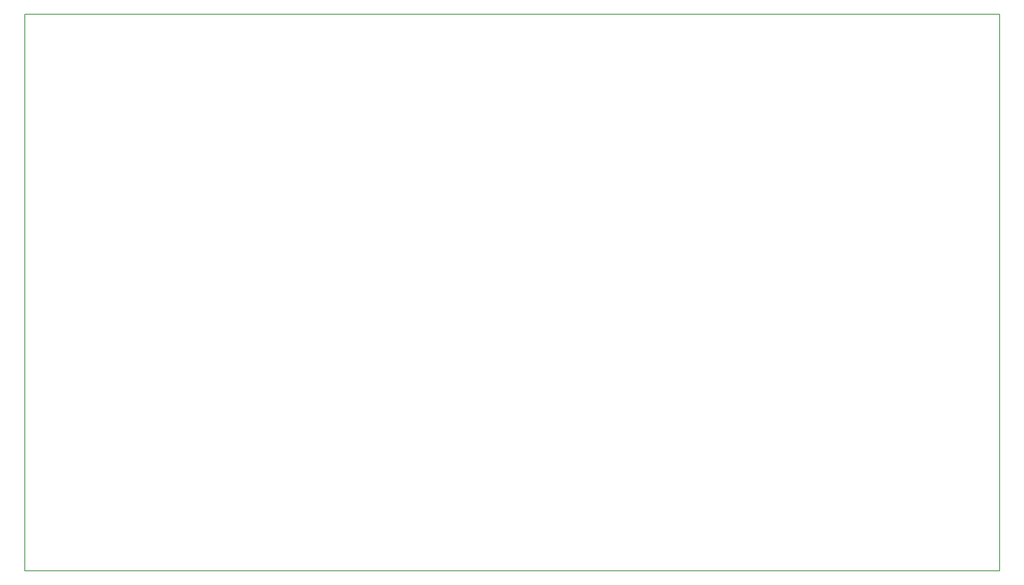
<source format=gbr>
G04 #@! TF.GenerationSoftware,KiCad,Pcbnew,(5.1.8)-1*
G04 #@! TF.CreationDate,2020-11-23T17:33:10+01:00*
G04 #@! TF.ProjectId,Project_GCM,50726f6a-6563-4745-9f47-434d2e6b6963,V5.0*
G04 #@! TF.SameCoordinates,PX40d9900PY1e84800*
G04 #@! TF.FileFunction,Profile,NP*
%FSLAX46Y46*%
G04 Gerber Fmt 4.6, Leading zero omitted, Abs format (unit mm)*
G04 Created by KiCad (PCBNEW (5.1.8)-1) date 2020-11-23 17:33:10*
%MOMM*%
%LPD*%
G01*
G04 APERTURE LIST*
G04 #@! TA.AperFunction,Profile*
%ADD10C,0.150000*%
G04 #@! TD*
G04 APERTURE END LIST*
D10*
X203000000Y0D02*
X0Y0D01*
X203000000Y-116000000D02*
X0Y-116000000D01*
X203000000Y-116000000D02*
X203000000Y0D01*
X0Y0D02*
X0Y-116000000D01*
M02*

</source>
